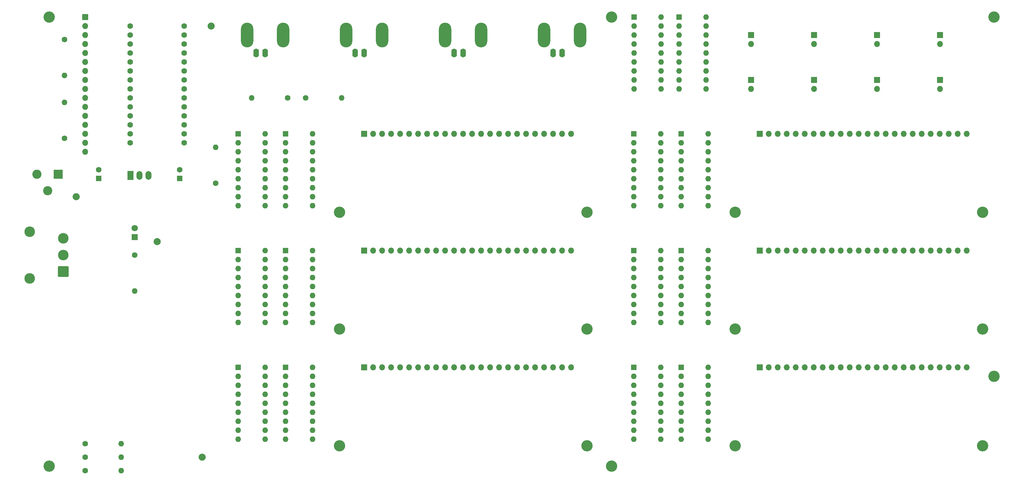
<source format=gbr>
%TF.GenerationSoftware,KiCad,Pcbnew,8.0.7*%
%TF.CreationDate,2024-12-20T12:02:52-05:00*%
%TF.ProjectId,HMS Olfactometer,484d5320-4f6c-4666-9163-746f6d657465,rev?*%
%TF.SameCoordinates,Original*%
%TF.FileFunction,Soldermask,Bot*%
%TF.FilePolarity,Negative*%
%FSLAX46Y46*%
G04 Gerber Fmt 4.6, Leading zero omitted, Abs format (unit mm)*
G04 Created by KiCad (PCBNEW 8.0.7) date 2024-12-20 12:02:52*
%MOMM*%
%LPD*%
G01*
G04 APERTURE LIST*
G04 Aperture macros list*
%AMRoundRect*
0 Rectangle with rounded corners*
0 $1 Rounding radius*
0 $2 $3 $4 $5 $6 $7 $8 $9 X,Y pos of 4 corners*
0 Add a 4 corners polygon primitive as box body*
4,1,4,$2,$3,$4,$5,$6,$7,$8,$9,$2,$3,0*
0 Add four circle primitives for the rounded corners*
1,1,$1+$1,$2,$3*
1,1,$1+$1,$4,$5*
1,1,$1+$1,$6,$7*
1,1,$1+$1,$8,$9*
0 Add four rect primitives between the rounded corners*
20,1,$1+$1,$2,$3,$4,$5,0*
20,1,$1+$1,$4,$5,$6,$7,0*
20,1,$1+$1,$6,$7,$8,$9,0*
20,1,$1+$1,$8,$9,$2,$3,0*%
G04 Aperture macros list end*
%ADD10R,1.600000X1.600000*%
%ADD11O,1.600000X1.600000*%
%ADD12R,1.700000X1.700000*%
%ADD13O,1.700000X1.700000*%
%ADD14C,3.200000*%
%ADD15C,1.600000*%
%ADD16C,2.000000*%
%ADD17R,2.600000X2.600000*%
%ADD18C,2.600000*%
%ADD19O,1.600000X2.500000*%
%ADD20O,3.500000X7.000000*%
%ADD21R,1.800000X1.800000*%
%ADD22C,1.800000*%
%ADD23R,1.700000X2.500000*%
%ADD24O,1.700000X2.500000*%
%ADD25RoundRect,0.102000X1.387500X-1.387500X1.387500X1.387500X-1.387500X1.387500X-1.387500X-1.387500X0*%
%ADD26C,2.979000*%
G04 APERTURE END LIST*
D10*
%TO.C,U8*%
X104775000Y-104140000D03*
D11*
X104775000Y-106680000D03*
X104775000Y-109220000D03*
X104775000Y-111760000D03*
X104775000Y-114300000D03*
X104775000Y-116840000D03*
X104775000Y-119380000D03*
X104775000Y-121920000D03*
X104775000Y-124460000D03*
X112395000Y-124460000D03*
X112395000Y-121920000D03*
X112395000Y-119380000D03*
X112395000Y-116840000D03*
X112395000Y-114300000D03*
X112395000Y-111760000D03*
X112395000Y-109220000D03*
X112395000Y-106680000D03*
X112395000Y-104140000D03*
%TD*%
D12*
%TO.C,J8*%
X254000000Y-43180000D03*
D13*
X254000000Y-45720000D03*
%TD*%
D12*
%TO.C,J5*%
X238689000Y-104140000D03*
D13*
X241229000Y-104140000D03*
X243769000Y-104140000D03*
X246309000Y-104140000D03*
X248849000Y-104140000D03*
X251389000Y-104140000D03*
X253929000Y-104140000D03*
X256469000Y-104140000D03*
X259009000Y-104140000D03*
X261549000Y-104140000D03*
X264089000Y-104140000D03*
X266629000Y-104140000D03*
X269169000Y-104140000D03*
X271709000Y-104140000D03*
X274249000Y-104140000D03*
X276789000Y-104140000D03*
X279329000Y-104140000D03*
X281869000Y-104140000D03*
X284409000Y-104140000D03*
X286949000Y-104140000D03*
X289489000Y-104140000D03*
X292029000Y-104140000D03*
X294569000Y-104140000D03*
X297109000Y-104140000D03*
%TD*%
D14*
%TO.C,H10*%
X189865000Y-126365000D03*
%TD*%
D15*
%TO.C,R4*%
X62230000Y-105410000D03*
D11*
X62230000Y-115570000D03*
%TD*%
D15*
%TO.C,R3*%
X48260000Y-166370000D03*
D11*
X58420000Y-166370000D03*
%TD*%
D10*
%TO.C,U14*%
X215900000Y-38100000D03*
D11*
X215900000Y-40640000D03*
X215900000Y-43180000D03*
X215900000Y-45720000D03*
X215900000Y-48260000D03*
X215900000Y-50800000D03*
X215900000Y-53340000D03*
X215900000Y-55880000D03*
X215900000Y-58420000D03*
X223520000Y-58420000D03*
X223520000Y-55880000D03*
X223520000Y-53340000D03*
X223520000Y-50800000D03*
X223520000Y-48260000D03*
X223520000Y-45720000D03*
X223520000Y-43180000D03*
X223520000Y-40640000D03*
X223520000Y-38100000D03*
%TD*%
D14*
%TO.C,H4*%
X120015000Y-126365000D03*
%TD*%
D12*
%TO.C,J12*%
X254000000Y-55880000D03*
D13*
X254000000Y-58420000D03*
%TD*%
D14*
%TO.C,H12*%
X189865000Y-93345000D03*
%TD*%
D10*
%TO.C,U10*%
X216464000Y-104140000D03*
D11*
X216464000Y-106680000D03*
X216464000Y-109220000D03*
X216464000Y-111760000D03*
X216464000Y-114300000D03*
X216464000Y-116840000D03*
X216464000Y-119380000D03*
X216464000Y-121920000D03*
X216464000Y-124460000D03*
X224084000Y-124460000D03*
X224084000Y-121920000D03*
X224084000Y-119380000D03*
X224084000Y-116840000D03*
X224084000Y-114300000D03*
X224084000Y-111760000D03*
X224084000Y-109220000D03*
X224084000Y-106680000D03*
X224084000Y-104140000D03*
%TD*%
D10*
%TO.C,U7*%
X203129000Y-71120000D03*
D11*
X203129000Y-73660000D03*
X203129000Y-76200000D03*
X203129000Y-78740000D03*
X203129000Y-81280000D03*
X203129000Y-83820000D03*
X203129000Y-86360000D03*
X203129000Y-88900000D03*
X203129000Y-91440000D03*
X210749000Y-91440000D03*
X210749000Y-88900000D03*
X210749000Y-86360000D03*
X210749000Y-83820000D03*
X210749000Y-81280000D03*
X210749000Y-78740000D03*
X210749000Y-76200000D03*
X210749000Y-73660000D03*
X210749000Y-71120000D03*
%TD*%
D14*
%TO.C,H18*%
X196850000Y-38100000D03*
%TD*%
D15*
%TO.C,U1*%
X60960000Y-40640000D03*
X60960000Y-43180000D03*
X60960000Y-45720000D03*
X60960000Y-48260000D03*
X60960000Y-50800000D03*
X60960000Y-53340000D03*
X60960000Y-55880000D03*
X60960000Y-58420000D03*
X60960000Y-60960000D03*
X60960000Y-63500000D03*
X60960000Y-66040000D03*
X60960000Y-68580000D03*
X60960000Y-71120000D03*
X60960000Y-73660000D03*
X76200000Y-73660000D03*
X76200000Y-71120000D03*
X76200000Y-68580000D03*
X76200000Y-66040000D03*
X76200000Y-63500000D03*
X76200000Y-60960000D03*
X76200000Y-58420000D03*
X76200000Y-55880000D03*
X76200000Y-53340000D03*
X76200000Y-50800000D03*
X76200000Y-48260000D03*
X76200000Y-45720000D03*
X76200000Y-43180000D03*
X76200000Y-40640000D03*
%TD*%
D16*
%TO.C,TP4*%
X83820000Y-40640000D03*
%TD*%
D14*
%TO.C,H16*%
X304800000Y-139700000D03*
%TD*%
D17*
%TO.C,J15*%
X40640000Y-82550000D03*
D18*
X34640000Y-82550000D03*
X37640000Y-87250000D03*
%TD*%
D10*
%TO.C,C1*%
X52070000Y-83780000D03*
D15*
X52070000Y-81280000D03*
%TD*%
D19*
%TO.C,J22*%
X154940000Y-48260000D03*
D20*
X149860000Y-43180000D03*
D19*
X152400000Y-48260000D03*
D20*
X160020000Y-43180000D03*
%TD*%
D15*
%TO.C,R2*%
X48260000Y-162560000D03*
D11*
X58420000Y-162560000D03*
%TD*%
D10*
%TO.C,U9*%
X91440000Y-104140000D03*
D11*
X91440000Y-106680000D03*
X91440000Y-109220000D03*
X91440000Y-111760000D03*
X91440000Y-114300000D03*
X91440000Y-116840000D03*
X91440000Y-119380000D03*
X91440000Y-121920000D03*
X91440000Y-124460000D03*
X99060000Y-124460000D03*
X99060000Y-121920000D03*
X99060000Y-119380000D03*
X99060000Y-116840000D03*
X99060000Y-114300000D03*
X99060000Y-111760000D03*
X99060000Y-109220000D03*
X99060000Y-106680000D03*
X99060000Y-104140000D03*
%TD*%
D15*
%TO.C,R16*%
X110490000Y-60960000D03*
D11*
X120650000Y-60960000D03*
%TD*%
D12*
%TO.C,J13*%
X271780000Y-55880000D03*
D13*
X271780000Y-58420000D03*
%TD*%
D12*
%TO.C,J9*%
X271780000Y-43180000D03*
D13*
X271780000Y-45720000D03*
%TD*%
D21*
%TO.C,D1*%
X62230000Y-100330000D03*
D22*
X62230000Y-97790000D03*
%TD*%
D16*
%TO.C,TP2*%
X68580000Y-101600000D03*
%TD*%
D19*
%TO.C,J20*%
X99060000Y-48260000D03*
D20*
X93980000Y-43180000D03*
D19*
X96520000Y-48260000D03*
D20*
X104140000Y-43180000D03*
%TD*%
D14*
%TO.C,H5*%
X231704000Y-126365000D03*
%TD*%
D15*
%TO.C,R7*%
X85090000Y-85090000D03*
D11*
X85090000Y-74930000D03*
%TD*%
D10*
%TO.C,U4*%
X216464000Y-137160000D03*
D11*
X216464000Y-139700000D03*
X216464000Y-142240000D03*
X216464000Y-144780000D03*
X216464000Y-147320000D03*
X216464000Y-149860000D03*
X216464000Y-152400000D03*
X216464000Y-154940000D03*
X216464000Y-157480000D03*
X224084000Y-157480000D03*
X224084000Y-154940000D03*
X224084000Y-152400000D03*
X224084000Y-149860000D03*
X224084000Y-147320000D03*
X224084000Y-144780000D03*
X224084000Y-142240000D03*
X224084000Y-139700000D03*
X224084000Y-137160000D03*
%TD*%
D12*
%TO.C,J4*%
X127000000Y-104140000D03*
D13*
X129540000Y-104140000D03*
X132080000Y-104140000D03*
X134620000Y-104140000D03*
X137160000Y-104140000D03*
X139700000Y-104140000D03*
X142240000Y-104140000D03*
X144780000Y-104140000D03*
X147320000Y-104140000D03*
X149860000Y-104140000D03*
X152400000Y-104140000D03*
X154940000Y-104140000D03*
X157480000Y-104140000D03*
X160020000Y-104140000D03*
X162560000Y-104140000D03*
X165100000Y-104140000D03*
X167640000Y-104140000D03*
X170180000Y-104140000D03*
X172720000Y-104140000D03*
X175260000Y-104140000D03*
X177800000Y-104140000D03*
X180340000Y-104140000D03*
X182880000Y-104140000D03*
X185420000Y-104140000D03*
%TD*%
D23*
%TO.C,U16*%
X61002500Y-82882500D03*
D24*
X63542500Y-82882500D03*
X66082500Y-82882500D03*
%TD*%
D12*
%TO.C,J2*%
X238689000Y-137160000D03*
D13*
X241229000Y-137160000D03*
X243769000Y-137160000D03*
X246309000Y-137160000D03*
X248849000Y-137160000D03*
X251389000Y-137160000D03*
X253929000Y-137160000D03*
X256469000Y-137160000D03*
X259009000Y-137160000D03*
X261549000Y-137160000D03*
X264089000Y-137160000D03*
X266629000Y-137160000D03*
X269169000Y-137160000D03*
X271709000Y-137160000D03*
X274249000Y-137160000D03*
X276789000Y-137160000D03*
X279329000Y-137160000D03*
X281869000Y-137160000D03*
X284409000Y-137160000D03*
X286949000Y-137160000D03*
X289489000Y-137160000D03*
X292029000Y-137160000D03*
X294569000Y-137160000D03*
X297109000Y-137160000D03*
%TD*%
D25*
%TO.C,SW1*%
X42103000Y-110110000D03*
D26*
X42103000Y-105410000D03*
X42103000Y-100710000D03*
X32573000Y-112015000D03*
X32573000Y-98805000D03*
%TD*%
D12*
%TO.C,J11*%
X236220000Y-55880000D03*
D13*
X236220000Y-58420000D03*
%TD*%
D10*
%TO.C,U13*%
X91440000Y-71120000D03*
D11*
X91440000Y-73660000D03*
X91440000Y-76200000D03*
X91440000Y-78740000D03*
X91440000Y-81280000D03*
X91440000Y-83820000D03*
X91440000Y-86360000D03*
X91440000Y-88900000D03*
X91440000Y-91440000D03*
X99060000Y-91440000D03*
X99060000Y-88900000D03*
X99060000Y-86360000D03*
X99060000Y-83820000D03*
X99060000Y-81280000D03*
X99060000Y-78740000D03*
X99060000Y-76200000D03*
X99060000Y-73660000D03*
X99060000Y-71120000D03*
%TD*%
D14*
%TO.C,H9*%
X301554000Y-93345000D03*
%TD*%
%TO.C,H7*%
X189865000Y-159385000D03*
%TD*%
D10*
%TO.C,U2*%
X104775000Y-137160000D03*
D11*
X104775000Y-139700000D03*
X104775000Y-142240000D03*
X104775000Y-144780000D03*
X104775000Y-147320000D03*
X104775000Y-149860000D03*
X104775000Y-152400000D03*
X104775000Y-154940000D03*
X104775000Y-157480000D03*
X112395000Y-157480000D03*
X112395000Y-154940000D03*
X112395000Y-152400000D03*
X112395000Y-149860000D03*
X112395000Y-147320000D03*
X112395000Y-144780000D03*
X112395000Y-142240000D03*
X112395000Y-139700000D03*
X112395000Y-137160000D03*
%TD*%
D10*
%TO.C,U15*%
X203200000Y-38100000D03*
D11*
X203200000Y-40640000D03*
X203200000Y-43180000D03*
X203200000Y-45720000D03*
X203200000Y-48260000D03*
X203200000Y-50800000D03*
X203200000Y-53340000D03*
X203200000Y-55880000D03*
X203200000Y-58420000D03*
X210820000Y-58420000D03*
X210820000Y-55880000D03*
X210820000Y-53340000D03*
X210820000Y-50800000D03*
X210820000Y-48260000D03*
X210820000Y-45720000D03*
X210820000Y-43180000D03*
X210820000Y-40640000D03*
X210820000Y-38100000D03*
%TD*%
D16*
%TO.C,TP3*%
X81280000Y-162560000D03*
%TD*%
D14*
%TO.C,H8*%
X301554000Y-159385000D03*
%TD*%
D15*
%TO.C,R1*%
X48260000Y-158750000D03*
D11*
X58420000Y-158750000D03*
%TD*%
D10*
%TO.C,U11*%
X203129000Y-104140000D03*
D11*
X203129000Y-106680000D03*
X203129000Y-109220000D03*
X203129000Y-111760000D03*
X203129000Y-114300000D03*
X203129000Y-116840000D03*
X203129000Y-119380000D03*
X203129000Y-121920000D03*
X203129000Y-124460000D03*
X210749000Y-124460000D03*
X210749000Y-121920000D03*
X210749000Y-119380000D03*
X210749000Y-116840000D03*
X210749000Y-114300000D03*
X210749000Y-111760000D03*
X210749000Y-109220000D03*
X210749000Y-106680000D03*
X210749000Y-104140000D03*
%TD*%
D12*
%TO.C,J10*%
X289560000Y-43180000D03*
D13*
X289560000Y-45720000D03*
%TD*%
D10*
%TO.C,U5*%
X203129000Y-137160000D03*
D11*
X203129000Y-139700000D03*
X203129000Y-142240000D03*
X203129000Y-144780000D03*
X203129000Y-147320000D03*
X203129000Y-149860000D03*
X203129000Y-152400000D03*
X203129000Y-154940000D03*
X203129000Y-157480000D03*
X210749000Y-157480000D03*
X210749000Y-154940000D03*
X210749000Y-152400000D03*
X210749000Y-149860000D03*
X210749000Y-147320000D03*
X210749000Y-144780000D03*
X210749000Y-142240000D03*
X210749000Y-139700000D03*
X210749000Y-137160000D03*
%TD*%
D15*
%TO.C,R5*%
X42418000Y-44450000D03*
D11*
X42418000Y-54610000D03*
%TD*%
D10*
%TO.C,U3*%
X91440000Y-137160000D03*
D11*
X91440000Y-139700000D03*
X91440000Y-142240000D03*
X91440000Y-144780000D03*
X91440000Y-147320000D03*
X91440000Y-149860000D03*
X91440000Y-152400000D03*
X91440000Y-154940000D03*
X91440000Y-157480000D03*
X99060000Y-157480000D03*
X99060000Y-154940000D03*
X99060000Y-152400000D03*
X99060000Y-149860000D03*
X99060000Y-147320000D03*
X99060000Y-144780000D03*
X99060000Y-142240000D03*
X99060000Y-139700000D03*
X99060000Y-137160000D03*
%TD*%
D10*
%TO.C,U12*%
X104775000Y-71120000D03*
D11*
X104775000Y-73660000D03*
X104775000Y-76200000D03*
X104775000Y-78740000D03*
X104775000Y-81280000D03*
X104775000Y-83820000D03*
X104775000Y-86360000D03*
X104775000Y-88900000D03*
X104775000Y-91440000D03*
X112395000Y-91440000D03*
X112395000Y-88900000D03*
X112395000Y-86360000D03*
X112395000Y-83820000D03*
X112395000Y-81280000D03*
X112395000Y-78740000D03*
X112395000Y-76200000D03*
X112395000Y-73660000D03*
X112395000Y-71120000D03*
%TD*%
D12*
%TO.C,J6*%
X127000000Y-71120000D03*
D13*
X129540000Y-71120000D03*
X132080000Y-71120000D03*
X134620000Y-71120000D03*
X137160000Y-71120000D03*
X139700000Y-71120000D03*
X142240000Y-71120000D03*
X144780000Y-71120000D03*
X147320000Y-71120000D03*
X149860000Y-71120000D03*
X152400000Y-71120000D03*
X154940000Y-71120000D03*
X157480000Y-71120000D03*
X160020000Y-71120000D03*
X162560000Y-71120000D03*
X165100000Y-71120000D03*
X167640000Y-71120000D03*
X170180000Y-71120000D03*
X172720000Y-71120000D03*
X175260000Y-71120000D03*
X177800000Y-71120000D03*
X180340000Y-71120000D03*
X182880000Y-71120000D03*
X185420000Y-71120000D03*
%TD*%
D12*
%TO.C,J14*%
X289560000Y-55880000D03*
D13*
X289560000Y-58420000D03*
%TD*%
D19*
%TO.C,J21*%
X127000000Y-48260000D03*
D20*
X121920000Y-43180000D03*
D19*
X124460000Y-48260000D03*
D20*
X132080000Y-43180000D03*
%TD*%
D14*
%TO.C,H3*%
X231704000Y-93345000D03*
%TD*%
%TO.C,H14*%
X38100000Y-165100000D03*
%TD*%
%TO.C,H13*%
X38100000Y-38100000D03*
%TD*%
D10*
%TO.C,U6*%
X216464000Y-71120000D03*
D11*
X216464000Y-73660000D03*
X216464000Y-76200000D03*
X216464000Y-78740000D03*
X216464000Y-81280000D03*
X216464000Y-83820000D03*
X216464000Y-86360000D03*
X216464000Y-88900000D03*
X216464000Y-91440000D03*
X224084000Y-91440000D03*
X224084000Y-88900000D03*
X224084000Y-86360000D03*
X224084000Y-83820000D03*
X224084000Y-81280000D03*
X224084000Y-78740000D03*
X224084000Y-76200000D03*
X224084000Y-73660000D03*
X224084000Y-71120000D03*
%TD*%
D15*
%TO.C,R6*%
X42418000Y-72390000D03*
D11*
X42418000Y-62230000D03*
%TD*%
D12*
%TO.C,J7*%
X236220000Y-43180000D03*
D13*
X236220000Y-45720000D03*
%TD*%
D14*
%TO.C,H2*%
X231704000Y-159385000D03*
%TD*%
D16*
%TO.C,TP1*%
X45720000Y-88900000D03*
%TD*%
D14*
%TO.C,H6*%
X120015000Y-93345000D03*
%TD*%
D12*
%TO.C,J24*%
X48260000Y-38100000D03*
D13*
X48260000Y-40640000D03*
X48260000Y-43180000D03*
X48260000Y-45720000D03*
X48260000Y-48260000D03*
X48260000Y-50800000D03*
X48260000Y-53340000D03*
X48260000Y-55880000D03*
X48260000Y-58420000D03*
X48260000Y-60960000D03*
X48260000Y-63500000D03*
X48260000Y-66040000D03*
X48260000Y-68580000D03*
X48260000Y-71120000D03*
X48260000Y-73660000D03*
X48260000Y-76200000D03*
%TD*%
D12*
%TO.C,J3*%
X238689000Y-71120000D03*
D13*
X241229000Y-71120000D03*
X243769000Y-71120000D03*
X246309000Y-71120000D03*
X248849000Y-71120000D03*
X251389000Y-71120000D03*
X253929000Y-71120000D03*
X256469000Y-71120000D03*
X259009000Y-71120000D03*
X261549000Y-71120000D03*
X264089000Y-71120000D03*
X266629000Y-71120000D03*
X269169000Y-71120000D03*
X271709000Y-71120000D03*
X274249000Y-71120000D03*
X276789000Y-71120000D03*
X279329000Y-71120000D03*
X281869000Y-71120000D03*
X284409000Y-71120000D03*
X286949000Y-71120000D03*
X289489000Y-71120000D03*
X292029000Y-71120000D03*
X294569000Y-71120000D03*
X297109000Y-71120000D03*
%TD*%
D14*
%TO.C,H11*%
X301554000Y-126365000D03*
%TD*%
D19*
%TO.C,J23*%
X182880000Y-48260000D03*
D20*
X177800000Y-43180000D03*
D19*
X180340000Y-48260000D03*
D20*
X187960000Y-43180000D03*
%TD*%
D15*
%TO.C,R8*%
X105410000Y-60960000D03*
D11*
X95250000Y-60960000D03*
%TD*%
D14*
%TO.C,H15*%
X304800000Y-38100000D03*
%TD*%
D10*
%TO.C,C2*%
X74930000Y-83780000D03*
D15*
X74930000Y-81280000D03*
%TD*%
D14*
%TO.C,H1*%
X120015000Y-159385000D03*
%TD*%
D12*
%TO.C,J1*%
X127000000Y-137160000D03*
D13*
X129540000Y-137160000D03*
X132080000Y-137160000D03*
X134620000Y-137160000D03*
X137160000Y-137160000D03*
X139700000Y-137160000D03*
X142240000Y-137160000D03*
X144780000Y-137160000D03*
X147320000Y-137160000D03*
X149860000Y-137160000D03*
X152400000Y-137160000D03*
X154940000Y-137160000D03*
X157480000Y-137160000D03*
X160020000Y-137160000D03*
X162560000Y-137160000D03*
X165100000Y-137160000D03*
X167640000Y-137160000D03*
X170180000Y-137160000D03*
X172720000Y-137160000D03*
X175260000Y-137160000D03*
X177800000Y-137160000D03*
X180340000Y-137160000D03*
X182880000Y-137160000D03*
X185420000Y-137160000D03*
%TD*%
D14*
%TO.C,H17*%
X196850000Y-165100000D03*
%TD*%
M02*

</source>
